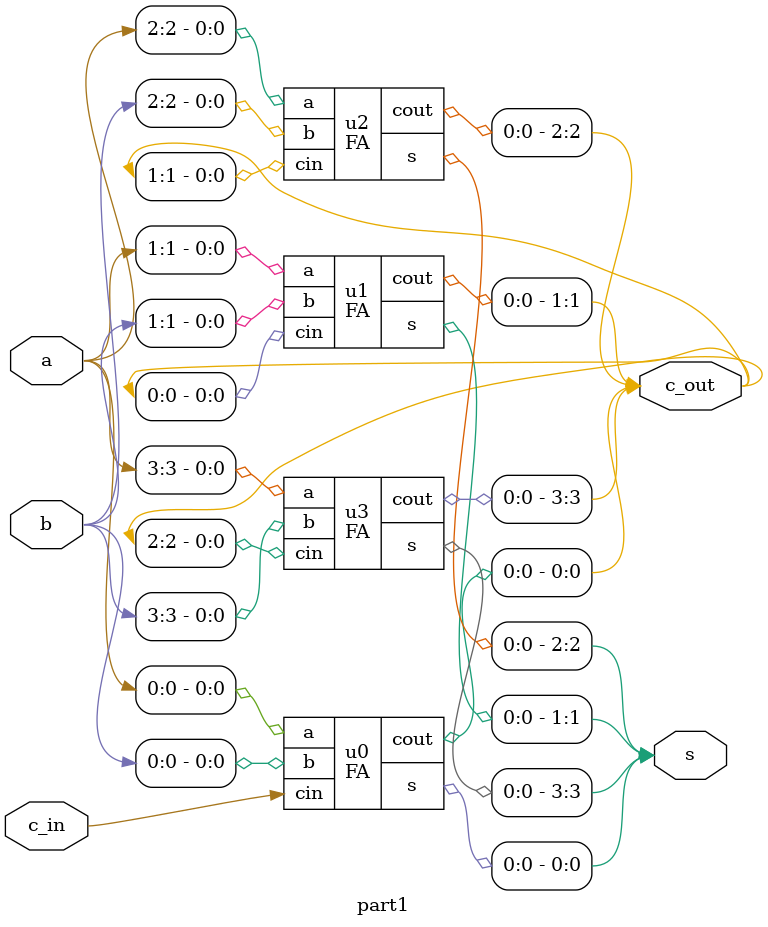
<source format=sv>
module mux2to1(input logic x, y, s, output logic o);
    always_comb
	begin
	    if(s == 0) o = x;
	    else o = y;
	end
endmodule


module FA(input logic a, b, cin, output logic s, cout);
	logic w2;
	assign w2 = a ^ b;
	mux2to1 u0(.x(b), .y(cin), .s(w2), .o(cout));
	assign s = w2 ^ cin;
endmodule
	
module part1(input logic [3:0] a, b, input logic c_in, output logic [3:0] s, c_out);
	FA u0(.a(a[0]), .b(b[0]), .cin(c_in), .cout(c_out[0]), .s(s[0]));
	FA u1(.a(a[1]), .b(b[1]), .cin(c_out[0]), .cout(c_out[1]), .s(s[1]));
	FA u2(.a(a[2]), .b(b[2]), .cin(c_out[1]), .cout(c_out[2]), .s(s[2]));
	FA u3(.a(a[3]), .b(b[3]), .cin(c_out[2]), .cout(c_out[3]), .s(s[3]));
endmodule


</source>
